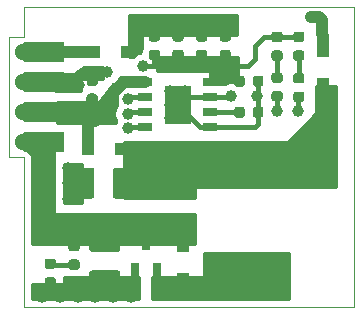
<source format=gbr>
%TF.GenerationSoftware,KiCad,Pcbnew,(5.1.6)-1*%
%TF.CreationDate,2021-02-23T00:21:00+01:00*%
%TF.ProjectId,02_Batt_Alim,30325f42-6174-4745-9f41-6c696d2e6b69,rev?*%
%TF.SameCoordinates,Original*%
%TF.FileFunction,Copper,L1,Top*%
%TF.FilePolarity,Positive*%
%FSLAX46Y46*%
G04 Gerber Fmt 4.6, Leading zero omitted, Abs format (unit mm)*
G04 Created by KiCad (PCBNEW (5.1.6)-1) date 2021-02-23 00:21:00*
%MOMM*%
%LPD*%
G01*
G04 APERTURE LIST*
%TA.AperFunction,Profile*%
%ADD10C,0.050000*%
%TD*%
%TA.AperFunction,SMDPad,CuDef*%
%ADD11R,0.800000X1.900000*%
%TD*%
%TA.AperFunction,SMDPad,CuDef*%
%ADD12R,2.200000X3.300000*%
%TD*%
%TA.AperFunction,ComponentPad*%
%ADD13C,1.000000*%
%TD*%
%TA.AperFunction,SMDPad,CuDef*%
%ADD14R,1.300000X0.700000*%
%TD*%
%TA.AperFunction,SMDPad,CuDef*%
%ADD15R,2.524000X1.700000*%
%TD*%
%TA.AperFunction,ComponentPad*%
%ADD16C,1.524000*%
%TD*%
%TA.AperFunction,ComponentPad*%
%ADD17R,1.700000X1.700000*%
%TD*%
%TA.AperFunction,SMDPad,CuDef*%
%ADD18R,3.600000X2.700000*%
%TD*%
%TA.AperFunction,SMDPad,CuDef*%
%ADD19R,1.100000X1.100000*%
%TD*%
%TA.AperFunction,ViaPad*%
%ADD20C,1.000000*%
%TD*%
%TA.AperFunction,Conductor*%
%ADD21C,0.400000*%
%TD*%
%TA.AperFunction,Conductor*%
%ADD22C,1.000000*%
%TD*%
%TA.AperFunction,Conductor*%
%ADD23C,0.254000*%
%TD*%
G04 APERTURE END LIST*
D10*
X129540000Y-62230000D02*
X129540000Y-87630000D01*
X101600000Y-62230000D02*
X129540000Y-62230000D01*
X101600000Y-74930000D02*
X101600000Y-87630000D01*
X100330000Y-74930000D02*
X101600000Y-74930000D01*
X101600000Y-62230000D02*
X101600000Y-64770000D01*
X101600000Y-64770000D02*
X100330000Y-64770000D01*
X129540000Y-87630000D02*
X101600000Y-87630000D01*
X100330000Y-74930000D02*
X100330000Y-64770000D01*
D11*
%TO.P,U1,3*%
%TO.N,5V*%
X111940000Y-81840000D03*
%TO.P,U1,2*%
%TO.N,/LX*%
X112890000Y-84840000D03*
%TO.P,U1,1*%
%TO.N,GND*%
X110990000Y-84840000D03*
%TD*%
%TO.P,C1,2*%
%TO.N,GND*%
%TA.AperFunction,SMDPad,CuDef*%
G36*
G01*
X120990000Y-68746250D02*
X120990000Y-68233750D01*
G75*
G02*
X121208750Y-68015000I218750J0D01*
G01*
X121646250Y-68015000D01*
G75*
G02*
X121865000Y-68233750I0J-218750D01*
G01*
X121865000Y-68746250D01*
G75*
G02*
X121646250Y-68965000I-218750J0D01*
G01*
X121208750Y-68965000D01*
G75*
G02*
X120990000Y-68746250I0J218750D01*
G01*
G37*
%TD.AperFunction*%
%TO.P,C1,1*%
%TO.N,V_chg*%
%TA.AperFunction,SMDPad,CuDef*%
G36*
G01*
X119415000Y-68746250D02*
X119415000Y-68233750D01*
G75*
G02*
X119633750Y-68015000I218750J0D01*
G01*
X120071250Y-68015000D01*
G75*
G02*
X120290000Y-68233750I0J-218750D01*
G01*
X120290000Y-68746250D01*
G75*
G02*
X120071250Y-68965000I-218750J0D01*
G01*
X119633750Y-68965000D01*
G75*
G02*
X119415000Y-68746250I0J218750D01*
G01*
G37*
%TD.AperFunction*%
%TD*%
%TO.P,C2,2*%
%TO.N,V_BAT+*%
%TA.AperFunction,SMDPad,CuDef*%
G36*
G01*
X107133750Y-69590000D02*
X107646250Y-69590000D01*
G75*
G02*
X107865000Y-69808750I0J-218750D01*
G01*
X107865000Y-70246250D01*
G75*
G02*
X107646250Y-70465000I-218750J0D01*
G01*
X107133750Y-70465000D01*
G75*
G02*
X106915000Y-70246250I0J218750D01*
G01*
X106915000Y-69808750D01*
G75*
G02*
X107133750Y-69590000I218750J0D01*
G01*
G37*
%TD.AperFunction*%
%TO.P,C2,1*%
%TO.N,GND*%
%TA.AperFunction,SMDPad,CuDef*%
G36*
G01*
X107133750Y-68015000D02*
X107646250Y-68015000D01*
G75*
G02*
X107865000Y-68233750I0J-218750D01*
G01*
X107865000Y-68671250D01*
G75*
G02*
X107646250Y-68890000I-218750J0D01*
G01*
X107133750Y-68890000D01*
G75*
G02*
X106915000Y-68671250I0J218750D01*
G01*
X106915000Y-68233750D01*
G75*
G02*
X107133750Y-68015000I218750J0D01*
G01*
G37*
%TD.AperFunction*%
%TD*%
%TO.P,C3,2*%
%TO.N,GND*%
%TA.AperFunction,SMDPad,CuDef*%
G36*
G01*
X107365000Y-84515000D02*
X109515000Y-84515000D01*
G75*
G02*
X109765000Y-84765000I0J-250000D01*
G01*
X109765000Y-85515000D01*
G75*
G02*
X109515000Y-85765000I-250000J0D01*
G01*
X107365000Y-85765000D01*
G75*
G02*
X107115000Y-85515000I0J250000D01*
G01*
X107115000Y-84765000D01*
G75*
G02*
X107365000Y-84515000I250000J0D01*
G01*
G37*
%TD.AperFunction*%
%TO.P,C3,1*%
%TO.N,5V*%
%TA.AperFunction,SMDPad,CuDef*%
G36*
G01*
X107365000Y-81715000D02*
X109515000Y-81715000D01*
G75*
G02*
X109765000Y-81965000I0J-250000D01*
G01*
X109765000Y-82715000D01*
G75*
G02*
X109515000Y-82965000I-250000J0D01*
G01*
X107365000Y-82965000D01*
G75*
G02*
X107115000Y-82715000I0J250000D01*
G01*
X107115000Y-81965000D01*
G75*
G02*
X107365000Y-81715000I250000J0D01*
G01*
G37*
%TD.AperFunction*%
%TD*%
%TO.P,C4,2*%
%TO.N,GND*%
%TA.AperFunction,SMDPad,CuDef*%
G36*
G01*
X107565000Y-76065000D02*
X107565000Y-78215000D01*
G75*
G02*
X107315000Y-78465000I-250000J0D01*
G01*
X106565000Y-78465000D01*
G75*
G02*
X106315000Y-78215000I0J250000D01*
G01*
X106315000Y-76065000D01*
G75*
G02*
X106565000Y-75815000I250000J0D01*
G01*
X107315000Y-75815000D01*
G75*
G02*
X107565000Y-76065000I0J-250000D01*
G01*
G37*
%TD.AperFunction*%
%TO.P,C4,1*%
%TO.N,V_sum*%
%TA.AperFunction,SMDPad,CuDef*%
G36*
G01*
X110365000Y-76065000D02*
X110365000Y-78215000D01*
G75*
G02*
X110115000Y-78465000I-250000J0D01*
G01*
X109365000Y-78465000D01*
G75*
G02*
X109115000Y-78215000I0J250000D01*
G01*
X109115000Y-76065000D01*
G75*
G02*
X109365000Y-75815000I250000J0D01*
G01*
X110115000Y-75815000D01*
G75*
G02*
X110365000Y-76065000I0J-250000D01*
G01*
G37*
%TD.AperFunction*%
%TD*%
%TO.P,D2,2*%
%TO.N,V_chg*%
%TA.AperFunction,SMDPad,CuDef*%
G36*
G01*
X125131250Y-65190000D02*
X124618750Y-65190000D01*
G75*
G02*
X124400000Y-64971250I0J218750D01*
G01*
X124400000Y-64533750D01*
G75*
G02*
X124618750Y-64315000I218750J0D01*
G01*
X125131250Y-64315000D01*
G75*
G02*
X125350000Y-64533750I0J-218750D01*
G01*
X125350000Y-64971250D01*
G75*
G02*
X125131250Y-65190000I-218750J0D01*
G01*
G37*
%TD.AperFunction*%
%TO.P,D2,1*%
%TO.N,Net-(D2-Pad1)*%
%TA.AperFunction,SMDPad,CuDef*%
G36*
G01*
X125131250Y-66765000D02*
X124618750Y-66765000D01*
G75*
G02*
X124400000Y-66546250I0J218750D01*
G01*
X124400000Y-66108750D01*
G75*
G02*
X124618750Y-65890000I218750J0D01*
G01*
X125131250Y-65890000D01*
G75*
G02*
X125350000Y-66108750I0J-218750D01*
G01*
X125350000Y-66546250D01*
G75*
G02*
X125131250Y-66765000I-218750J0D01*
G01*
G37*
%TD.AperFunction*%
%TD*%
%TO.P,D3,2*%
%TO.N,V_chg*%
%TA.AperFunction,SMDPad,CuDef*%
G36*
G01*
X123286250Y-65190000D02*
X122773750Y-65190000D01*
G75*
G02*
X122555000Y-64971250I0J218750D01*
G01*
X122555000Y-64533750D01*
G75*
G02*
X122773750Y-64315000I218750J0D01*
G01*
X123286250Y-64315000D01*
G75*
G02*
X123505000Y-64533750I0J-218750D01*
G01*
X123505000Y-64971250D01*
G75*
G02*
X123286250Y-65190000I-218750J0D01*
G01*
G37*
%TD.AperFunction*%
%TO.P,D3,1*%
%TO.N,Net-(D3-Pad1)*%
%TA.AperFunction,SMDPad,CuDef*%
G36*
G01*
X123286250Y-66765000D02*
X122773750Y-66765000D01*
G75*
G02*
X122555000Y-66546250I0J218750D01*
G01*
X122555000Y-66108750D01*
G75*
G02*
X122773750Y-65890000I218750J0D01*
G01*
X123286250Y-65890000D01*
G75*
G02*
X123505000Y-66108750I0J-218750D01*
G01*
X123505000Y-66546250D01*
G75*
G02*
X123286250Y-66765000I-218750J0D01*
G01*
G37*
%TD.AperFunction*%
%TD*%
%TO.P,D6,2*%
%TO.N,5V*%
%TA.AperFunction,SMDPad,CuDef*%
G36*
G01*
X106096250Y-82890000D02*
X105583750Y-82890000D01*
G75*
G02*
X105365000Y-82671250I0J218750D01*
G01*
X105365000Y-82233750D01*
G75*
G02*
X105583750Y-82015000I218750J0D01*
G01*
X106096250Y-82015000D01*
G75*
G02*
X106315000Y-82233750I0J-218750D01*
G01*
X106315000Y-82671250D01*
G75*
G02*
X106096250Y-82890000I-218750J0D01*
G01*
G37*
%TD.AperFunction*%
%TO.P,D6,1*%
%TO.N,Net-(D6-Pad1)*%
%TA.AperFunction,SMDPad,CuDef*%
G36*
G01*
X106096250Y-84465000D02*
X105583750Y-84465000D01*
G75*
G02*
X105365000Y-84246250I0J218750D01*
G01*
X105365000Y-83808750D01*
G75*
G02*
X105583750Y-83590000I218750J0D01*
G01*
X106096250Y-83590000D01*
G75*
G02*
X106315000Y-83808750I0J-218750D01*
G01*
X106315000Y-84246250D01*
G75*
G02*
X106096250Y-84465000I-218750J0D01*
G01*
G37*
%TD.AperFunction*%
%TD*%
D12*
%TO.P,IC1,1*%
%TO.N,GND*%
X114640000Y-70490000D03*
D13*
X114005000Y-69347000D03*
X114005000Y-70490000D03*
X115275000Y-70490000D03*
X115275000Y-69347000D03*
X115275000Y-71633000D03*
X114005000Y-71633000D03*
D12*
X114640000Y-70490000D03*
D14*
%TO.P,IC1,4*%
%TO.N,V_chg*%
X117390000Y-68585000D03*
%TO.P,IC1,3*%
%TO.N,GND*%
X117390000Y-69855000D03*
%TO.P,IC1,1*%
X117390000Y-72395000D03*
%TO.P,IC1,2*%
%TO.N,Net-(IC1-Pad2)*%
X117390000Y-71125000D03*
%TO.P,IC1,5*%
%TO.N,V_BAT+*%
X111890000Y-68585000D03*
%TO.P,IC1,6*%
%TO.N,Net-(IC1-Pad6)*%
X111890000Y-69855000D03*
%TO.P,IC1,8*%
%TO.N,V_chg*%
X111890000Y-72395000D03*
%TO.P,IC1,7*%
%TO.N,Net-(IC1-Pad7)*%
X111890000Y-71125000D03*
%TD*%
D15*
%TO.P,J1,1*%
%TO.N,V_ext*%
X102870000Y-66040000D03*
D16*
X101600000Y-66040000D03*
D17*
X104140000Y-66040000D03*
%TD*%
D15*
%TO.P,J2,1*%
%TO.N,GND*%
X102870000Y-68580000D03*
D16*
X101600000Y-68580000D03*
D17*
X104140000Y-68580000D03*
%TD*%
D15*
%TO.P,J3,1*%
%TO.N,5V*%
X102870000Y-73660000D03*
D16*
X101600000Y-73660000D03*
D17*
X104140000Y-73660000D03*
%TD*%
D15*
%TO.P,J9,1*%
%TO.N,V_BAT+*%
X102870000Y-71120000D03*
D16*
X101600000Y-71120000D03*
D17*
X104140000Y-71120000D03*
%TD*%
D18*
%TO.P,L1,2*%
%TO.N,V_sum*%
X121890000Y-76140000D03*
%TO.P,L1,1*%
%TO.N,/LX*%
X121890000Y-84440000D03*
%TD*%
%TO.P,R6,2*%
%TO.N,Net-(IC1-Pad7)*%
%TA.AperFunction,SMDPad,CuDef*%
G36*
G01*
X124618750Y-69390000D02*
X125131250Y-69390000D01*
G75*
G02*
X125350000Y-69608750I0J-218750D01*
G01*
X125350000Y-70046250D01*
G75*
G02*
X125131250Y-70265000I-218750J0D01*
G01*
X124618750Y-70265000D01*
G75*
G02*
X124400000Y-70046250I0J218750D01*
G01*
X124400000Y-69608750D01*
G75*
G02*
X124618750Y-69390000I218750J0D01*
G01*
G37*
%TD.AperFunction*%
%TO.P,R6,1*%
%TO.N,Net-(D2-Pad1)*%
%TA.AperFunction,SMDPad,CuDef*%
G36*
G01*
X124618750Y-67815000D02*
X125131250Y-67815000D01*
G75*
G02*
X125350000Y-68033750I0J-218750D01*
G01*
X125350000Y-68471250D01*
G75*
G02*
X125131250Y-68690000I-218750J0D01*
G01*
X124618750Y-68690000D01*
G75*
G02*
X124400000Y-68471250I0J218750D01*
G01*
X124400000Y-68033750D01*
G75*
G02*
X124618750Y-67815000I218750J0D01*
G01*
G37*
%TD.AperFunction*%
%TD*%
%TO.P,R7,2*%
%TO.N,GND*%
%TA.AperFunction,SMDPad,CuDef*%
G36*
G01*
X120990000Y-71376250D02*
X120990000Y-70863750D01*
G75*
G02*
X121208750Y-70645000I218750J0D01*
G01*
X121646250Y-70645000D01*
G75*
G02*
X121865000Y-70863750I0J-218750D01*
G01*
X121865000Y-71376250D01*
G75*
G02*
X121646250Y-71595000I-218750J0D01*
G01*
X121208750Y-71595000D01*
G75*
G02*
X120990000Y-71376250I0J218750D01*
G01*
G37*
%TD.AperFunction*%
%TO.P,R7,1*%
%TO.N,Net-(IC1-Pad2)*%
%TA.AperFunction,SMDPad,CuDef*%
G36*
G01*
X119415000Y-71376250D02*
X119415000Y-70863750D01*
G75*
G02*
X119633750Y-70645000I218750J0D01*
G01*
X120071250Y-70645000D01*
G75*
G02*
X120290000Y-70863750I0J-218750D01*
G01*
X120290000Y-71376250D01*
G75*
G02*
X120071250Y-71595000I-218750J0D01*
G01*
X119633750Y-71595000D01*
G75*
G02*
X119415000Y-71376250I0J218750D01*
G01*
G37*
%TD.AperFunction*%
%TD*%
%TO.P,R8,2*%
%TO.N,Net-(IC1-Pad6)*%
%TA.AperFunction,SMDPad,CuDef*%
G36*
G01*
X122773750Y-69340000D02*
X123286250Y-69340000D01*
G75*
G02*
X123505000Y-69558750I0J-218750D01*
G01*
X123505000Y-69996250D01*
G75*
G02*
X123286250Y-70215000I-218750J0D01*
G01*
X122773750Y-70215000D01*
G75*
G02*
X122555000Y-69996250I0J218750D01*
G01*
X122555000Y-69558750D01*
G75*
G02*
X122773750Y-69340000I218750J0D01*
G01*
G37*
%TD.AperFunction*%
%TO.P,R8,1*%
%TO.N,Net-(D3-Pad1)*%
%TA.AperFunction,SMDPad,CuDef*%
G36*
G01*
X122773750Y-67765000D02*
X123286250Y-67765000D01*
G75*
G02*
X123505000Y-67983750I0J-218750D01*
G01*
X123505000Y-68421250D01*
G75*
G02*
X123286250Y-68640000I-218750J0D01*
G01*
X122773750Y-68640000D01*
G75*
G02*
X122555000Y-68421250I0J218750D01*
G01*
X122555000Y-67983750D01*
G75*
G02*
X122773750Y-67765000I218750J0D01*
G01*
G37*
%TD.AperFunction*%
%TD*%
%TO.P,R9,2*%
%TO.N,/V_ext_p*%
%TA.AperFunction,SMDPad,CuDef*%
G36*
G01*
X118896250Y-65140000D02*
X118383750Y-65140000D01*
G75*
G02*
X118165000Y-64921250I0J218750D01*
G01*
X118165000Y-64483750D01*
G75*
G02*
X118383750Y-64265000I218750J0D01*
G01*
X118896250Y-64265000D01*
G75*
G02*
X119115000Y-64483750I0J-218750D01*
G01*
X119115000Y-64921250D01*
G75*
G02*
X118896250Y-65140000I-218750J0D01*
G01*
G37*
%TD.AperFunction*%
%TO.P,R9,1*%
%TO.N,V_chg*%
%TA.AperFunction,SMDPad,CuDef*%
G36*
G01*
X118896250Y-66715000D02*
X118383750Y-66715000D01*
G75*
G02*
X118165000Y-66496250I0J218750D01*
G01*
X118165000Y-66058750D01*
G75*
G02*
X118383750Y-65840000I218750J0D01*
G01*
X118896250Y-65840000D01*
G75*
G02*
X119115000Y-66058750I0J-218750D01*
G01*
X119115000Y-66496250D01*
G75*
G02*
X118896250Y-66715000I-218750J0D01*
G01*
G37*
%TD.AperFunction*%
%TD*%
%TO.P,R10,2*%
%TO.N,/V_ext_p*%
%TA.AperFunction,SMDPad,CuDef*%
G36*
G01*
X116896250Y-65140000D02*
X116383750Y-65140000D01*
G75*
G02*
X116165000Y-64921250I0J218750D01*
G01*
X116165000Y-64483750D01*
G75*
G02*
X116383750Y-64265000I218750J0D01*
G01*
X116896250Y-64265000D01*
G75*
G02*
X117115000Y-64483750I0J-218750D01*
G01*
X117115000Y-64921250D01*
G75*
G02*
X116896250Y-65140000I-218750J0D01*
G01*
G37*
%TD.AperFunction*%
%TO.P,R10,1*%
%TO.N,V_chg*%
%TA.AperFunction,SMDPad,CuDef*%
G36*
G01*
X116896250Y-66715000D02*
X116383750Y-66715000D01*
G75*
G02*
X116165000Y-66496250I0J218750D01*
G01*
X116165000Y-66058750D01*
G75*
G02*
X116383750Y-65840000I218750J0D01*
G01*
X116896250Y-65840000D01*
G75*
G02*
X117115000Y-66058750I0J-218750D01*
G01*
X117115000Y-66496250D01*
G75*
G02*
X116896250Y-66715000I-218750J0D01*
G01*
G37*
%TD.AperFunction*%
%TD*%
%TO.P,R12,2*%
%TO.N,/V_ext_p*%
%TA.AperFunction,SMDPad,CuDef*%
G36*
G01*
X114896250Y-65140000D02*
X114383750Y-65140000D01*
G75*
G02*
X114165000Y-64921250I0J218750D01*
G01*
X114165000Y-64483750D01*
G75*
G02*
X114383750Y-64265000I218750J0D01*
G01*
X114896250Y-64265000D01*
G75*
G02*
X115115000Y-64483750I0J-218750D01*
G01*
X115115000Y-64921250D01*
G75*
G02*
X114896250Y-65140000I-218750J0D01*
G01*
G37*
%TD.AperFunction*%
%TO.P,R12,1*%
%TO.N,V_chg*%
%TA.AperFunction,SMDPad,CuDef*%
G36*
G01*
X114896250Y-66715000D02*
X114383750Y-66715000D01*
G75*
G02*
X114165000Y-66496250I0J218750D01*
G01*
X114165000Y-66058750D01*
G75*
G02*
X114383750Y-65840000I218750J0D01*
G01*
X114896250Y-65840000D01*
G75*
G02*
X115115000Y-66058750I0J-218750D01*
G01*
X115115000Y-66496250D01*
G75*
G02*
X114896250Y-66715000I-218750J0D01*
G01*
G37*
%TD.AperFunction*%
%TD*%
%TO.P,R14,2*%
%TO.N,/V_ext_p*%
%TA.AperFunction,SMDPad,CuDef*%
G36*
G01*
X112896250Y-65140000D02*
X112383750Y-65140000D01*
G75*
G02*
X112165000Y-64921250I0J218750D01*
G01*
X112165000Y-64483750D01*
G75*
G02*
X112383750Y-64265000I218750J0D01*
G01*
X112896250Y-64265000D01*
G75*
G02*
X113115000Y-64483750I0J-218750D01*
G01*
X113115000Y-64921250D01*
G75*
G02*
X112896250Y-65140000I-218750J0D01*
G01*
G37*
%TD.AperFunction*%
%TO.P,R14,1*%
%TO.N,V_chg*%
%TA.AperFunction,SMDPad,CuDef*%
G36*
G01*
X112896250Y-66715000D02*
X112383750Y-66715000D01*
G75*
G02*
X112165000Y-66496250I0J218750D01*
G01*
X112165000Y-66058750D01*
G75*
G02*
X112383750Y-65840000I218750J0D01*
G01*
X112896250Y-65840000D01*
G75*
G02*
X113115000Y-66058750I0J-218750D01*
G01*
X113115000Y-66496250D01*
G75*
G02*
X112896250Y-66715000I-218750J0D01*
G01*
G37*
%TD.AperFunction*%
%TD*%
%TO.P,R15,2*%
%TO.N,GND*%
%TA.AperFunction,SMDPad,CuDef*%
G36*
G01*
X103583750Y-85090000D02*
X104096250Y-85090000D01*
G75*
G02*
X104315000Y-85308750I0J-218750D01*
G01*
X104315000Y-85746250D01*
G75*
G02*
X104096250Y-85965000I-218750J0D01*
G01*
X103583750Y-85965000D01*
G75*
G02*
X103365000Y-85746250I0J218750D01*
G01*
X103365000Y-85308750D01*
G75*
G02*
X103583750Y-85090000I218750J0D01*
G01*
G37*
%TD.AperFunction*%
%TO.P,R15,1*%
%TO.N,Net-(D6-Pad1)*%
%TA.AperFunction,SMDPad,CuDef*%
G36*
G01*
X103583750Y-83515000D02*
X104096250Y-83515000D01*
G75*
G02*
X104315000Y-83733750I0J-218750D01*
G01*
X104315000Y-84171250D01*
G75*
G02*
X104096250Y-84390000I-218750J0D01*
G01*
X103583750Y-84390000D01*
G75*
G02*
X103365000Y-84171250I0J218750D01*
G01*
X103365000Y-83733750D01*
G75*
G02*
X103583750Y-83515000I218750J0D01*
G01*
G37*
%TD.AperFunction*%
%TD*%
D19*
%TO.P,D4,1*%
%TO.N,V_sum*%
X126940000Y-68740000D03*
%TO.P,D4,2*%
%TO.N,V_ext*%
X126940000Y-65940000D03*
%TD*%
%TO.P,D5,1*%
%TO.N,5V*%
X115040000Y-82440000D03*
%TO.P,D5,2*%
%TO.N,/LX*%
X115040000Y-85240000D03*
%TD*%
%TO.P,D7,2*%
%TO.N,V_ext*%
X107490000Y-65990000D03*
%TO.P,D7,1*%
%TO.N,/V_ext_p*%
X110290000Y-65990000D03*
%TD*%
%TO.P,D8,1*%
%TO.N,V_sum*%
X109840000Y-74240000D03*
%TO.P,D8,2*%
%TO.N,V_BAT+*%
X107040000Y-74240000D03*
%TD*%
D20*
%TO.N,GND*%
X119140000Y-69740000D03*
X108640000Y-67740000D03*
X121340000Y-69740000D03*
X105340000Y-75840000D03*
X105340000Y-77140000D03*
X105340000Y-78440000D03*
X110640000Y-86740000D03*
X109140000Y-86740000D03*
X107640000Y-86740000D03*
X106140000Y-86740000D03*
X104640000Y-86740000D03*
X103140000Y-86740000D03*
X106240000Y-68840000D03*
%TO.N,V_chg*%
X110390000Y-72490000D03*
X111640000Y-67240000D03*
%TO.N,V_ext*%
X125890000Y-63040000D03*
X126840000Y-64540000D03*
%TO.N,Net-(IC1-Pad7)*%
X110390000Y-71240000D03*
X124840000Y-71040000D03*
%TO.N,Net-(IC1-Pad6)*%
X110440000Y-70034239D03*
X123040000Y-71040000D03*
%TD*%
D21*
%TO.N,GND*%
X102870000Y-68580000D02*
X101600000Y-68580000D01*
X104140000Y-68580000D02*
X102870000Y-68580000D01*
X102870000Y-68580000D02*
X105800000Y-68580000D01*
X105800000Y-68580000D02*
X106640000Y-67740000D01*
X106640000Y-67740000D02*
X107390000Y-67740000D01*
X117390000Y-69855000D02*
X119025000Y-69855000D01*
X119025000Y-69855000D02*
X119140000Y-69740000D01*
X117390000Y-72395000D02*
X121152998Y-72395000D01*
X107390000Y-68452500D02*
X107390000Y-67740000D01*
X107390000Y-67740000D02*
X108640000Y-67740000D01*
X115275000Y-69855000D02*
X114640000Y-70490000D01*
X117390000Y-69855000D02*
X115275000Y-69855000D01*
X116545000Y-72395000D02*
X114640000Y-70490000D01*
X117390000Y-72395000D02*
X116545000Y-72395000D01*
X121427500Y-71120000D02*
X121427500Y-72120498D01*
X121152998Y-72395000D02*
X121273999Y-72273999D01*
X121427500Y-72120498D02*
X121273999Y-72273999D01*
X121427500Y-69827500D02*
X121340000Y-69740000D01*
X121427500Y-69827500D02*
X121427500Y-71120000D01*
X121427500Y-68490000D02*
X121427500Y-69827500D01*
X106680000Y-77400000D02*
X106940000Y-77140000D01*
X106940000Y-77140000D02*
X106240000Y-77140000D01*
X106240000Y-77140000D02*
X105340000Y-76240000D01*
X105340000Y-78440000D02*
X105340000Y-75840000D01*
X110990000Y-84840000D02*
X110990000Y-86390000D01*
X110990000Y-86390000D02*
X110640000Y-86740000D01*
X110640000Y-86740000D02*
X108340000Y-86740000D01*
X108340000Y-85240000D02*
X108440000Y-85140000D01*
X108340000Y-86740000D02*
X108340000Y-85240000D01*
X108340000Y-86740000D02*
X103940000Y-86740000D01*
X103940000Y-85627500D02*
X103840000Y-85527500D01*
X103940000Y-86740000D02*
X103940000Y-85627500D01*
%TO.N,5V*%
X105840000Y-82452500D02*
X105840000Y-80240000D01*
X111940000Y-80340000D02*
X111940000Y-81840000D01*
X108440000Y-82340000D02*
X108440000Y-80340000D01*
X105840000Y-80240000D02*
X108540000Y-80240000D01*
X108440000Y-80340000D02*
X108540000Y-80240000D01*
X108540000Y-80240000D02*
X111840000Y-80240000D01*
X115040000Y-82440000D02*
X115040000Y-80340000D01*
X111940000Y-80340000D02*
X111840000Y-80240000D01*
X115040000Y-80340000D02*
X111940000Y-80340000D01*
%TO.N,V_chg*%
X118640000Y-66277500D02*
X118640000Y-67240000D01*
X112640000Y-67240000D02*
X112640000Y-66277500D01*
X114640000Y-66277500D02*
X114640000Y-67240000D01*
X114640000Y-67240000D02*
X112640000Y-67240000D01*
X116640000Y-66277500D02*
X116640000Y-66990000D01*
X116640000Y-66990000D02*
X116640000Y-67240000D01*
X118640000Y-67240000D02*
X116640000Y-67240000D01*
X116640000Y-67240000D02*
X114640000Y-67240000D01*
X119852500Y-68490000D02*
X118640000Y-68490000D01*
X118640000Y-68490000D02*
X118640000Y-67240000D01*
X118545000Y-68585000D02*
X118640000Y-68490000D01*
X117390000Y-68585000D02*
X118545000Y-68585000D01*
X111890000Y-72395000D02*
X110485000Y-72395000D01*
X110485000Y-72395000D02*
X110390000Y-72490000D01*
X111640000Y-67240000D02*
X112640000Y-67240000D01*
X124875000Y-64752500D02*
X123030000Y-64752500D01*
X121927500Y-64752500D02*
X123030000Y-64752500D01*
X121140000Y-66640000D02*
X121140000Y-65540000D01*
X121140000Y-65540000D02*
X121927500Y-64752500D01*
X118640000Y-67240000D02*
X120540000Y-67240000D01*
X120540000Y-67240000D02*
X121140000Y-66640000D01*
%TO.N,V_BAT+*%
X104140000Y-71120000D02*
X101600000Y-71120000D01*
D22*
X107390000Y-70027500D02*
X107390000Y-70740000D01*
X107640000Y-70990000D02*
X107640000Y-71840000D01*
X107390000Y-70740000D02*
X107640000Y-70990000D01*
X107010000Y-71120000D02*
X107390000Y-70740000D01*
X104140000Y-71120000D02*
X107010000Y-71120000D01*
X111890000Y-68585000D02*
X110045000Y-68585000D01*
X110045000Y-68585000D02*
X109140000Y-69490000D01*
X109140000Y-69490000D02*
X109140000Y-70490000D01*
X108640000Y-70990000D02*
X107640000Y-70990000D01*
X109140000Y-70490000D02*
X108640000Y-70990000D01*
X107040000Y-71150000D02*
X107010000Y-71120000D01*
X107040000Y-74240000D02*
X107040000Y-71150000D01*
D21*
%TO.N,Net-(D2-Pad1)*%
X124875000Y-66602500D02*
X124875000Y-68202500D01*
%TO.N,Net-(D3-Pad1)*%
X123030000Y-66602500D02*
X123030000Y-68202500D01*
D22*
%TO.N,V_ext*%
X101600000Y-66040000D02*
X102870000Y-66040000D01*
X101600000Y-66040000D02*
X104140000Y-66040000D01*
X107440000Y-66040000D02*
X107490000Y-65990000D01*
X102870000Y-66040000D02*
X107440000Y-66040000D01*
X126940000Y-64640000D02*
X126840000Y-64540000D01*
X126940000Y-65940000D02*
X126940000Y-64640000D01*
X126840000Y-64540000D02*
X126840000Y-63340000D01*
X126840000Y-63340000D02*
X126740000Y-63340000D01*
X126840000Y-63340000D02*
X126555010Y-63055010D01*
X126555010Y-63055010D02*
X125890000Y-63055010D01*
D21*
%TO.N,Net-(D6-Pad1)*%
X103915000Y-84027500D02*
X103840000Y-83952500D01*
X105840000Y-84027500D02*
X103915000Y-84027500D01*
%TO.N,Net-(IC1-Pad7)*%
X111890000Y-71125000D02*
X110505000Y-71125000D01*
X110505000Y-71125000D02*
X110390000Y-71240000D01*
X124840000Y-69862500D02*
X124875000Y-69827500D01*
X124840000Y-71040000D02*
X124840000Y-69862500D01*
%TO.N,Net-(IC1-Pad6)*%
X110619239Y-69855000D02*
X110440000Y-70034239D01*
X111890000Y-69855000D02*
X110619239Y-69855000D01*
X123040000Y-69787500D02*
X123030000Y-69777500D01*
X123040000Y-71040000D02*
X123040000Y-69787500D01*
%TO.N,Net-(IC1-Pad2)*%
X119847500Y-71125000D02*
X119852500Y-71120000D01*
X117390000Y-71125000D02*
X119847500Y-71125000D01*
%TO.N,/LX*%
X112890000Y-84840000D02*
X112890000Y-86590000D01*
X112890000Y-86590000D02*
X113040000Y-86740000D01*
X113040000Y-86740000D02*
X115040000Y-86740000D01*
X115040000Y-86740000D02*
X115040000Y-85240000D01*
X121890000Y-84440000D02*
X121890000Y-86690000D01*
X121840000Y-86740000D02*
X115040000Y-86740000D01*
X121890000Y-86690000D02*
X121840000Y-86740000D01*
%TO.N,/V_ext_p*%
X110290000Y-65990000D02*
X111140000Y-65990000D01*
X111140000Y-65990000D02*
X111390000Y-65740000D01*
X111390000Y-65740000D02*
X111390000Y-63740000D01*
X111390000Y-63740000D02*
X111640000Y-63490000D01*
X118640000Y-63490000D02*
X118640000Y-64702500D01*
X116640000Y-64702500D02*
X116640000Y-63490000D01*
X116640000Y-63490000D02*
X118640000Y-63490000D01*
X114640000Y-64702500D02*
X114640000Y-63490000D01*
X114640000Y-63490000D02*
X116640000Y-63490000D01*
X111640000Y-63490000D02*
X112390000Y-63490000D01*
X112640000Y-63740000D02*
X112390000Y-63490000D01*
X112640000Y-64702500D02*
X112640000Y-63740000D01*
X112390000Y-63490000D02*
X114640000Y-63490000D01*
%TO.N,V_sum*%
X126940000Y-68740000D02*
X126940000Y-73040000D01*
X123840000Y-76140000D02*
X121890000Y-76140000D01*
X126940000Y-73040000D02*
X123840000Y-76140000D01*
X109840000Y-74240000D02*
X111540000Y-74240000D01*
X111540000Y-74240000D02*
X112240000Y-74940000D01*
X111840000Y-77140000D02*
X109740000Y-77140000D01*
X112240000Y-76740000D02*
X111840000Y-77140000D01*
X112440000Y-76140000D02*
X112240000Y-75940000D01*
X121890000Y-76140000D02*
X112440000Y-76140000D01*
X112240000Y-74940000D02*
X112240000Y-75940000D01*
X112240000Y-75940000D02*
X112240000Y-76740000D01*
%TD*%
D23*
%TO.N,V_BAT+*%
G36*
X111102376Y-68245824D02*
G01*
X111308933Y-68331383D01*
X111528212Y-68375000D01*
X111751788Y-68375000D01*
X111913000Y-68342933D01*
X111913000Y-68866928D01*
X111240000Y-68866928D01*
X111115518Y-68879188D01*
X111004055Y-68913000D01*
X110620970Y-68913000D01*
X110551788Y-68899239D01*
X110328212Y-68899239D01*
X110259030Y-68913000D01*
X109540000Y-68913000D01*
X109515224Y-68915440D01*
X109491399Y-68922667D01*
X109469443Y-68934403D01*
X109450197Y-68950197D01*
X109434403Y-68969443D01*
X109422667Y-68991399D01*
X109415440Y-69015224D01*
X109413000Y-69040000D01*
X109413000Y-69547738D01*
X109348617Y-69703172D01*
X109305000Y-69922451D01*
X109305000Y-70146027D01*
X109348617Y-70365306D01*
X109413000Y-70520740D01*
X109413000Y-70659238D01*
X109384176Y-70702376D01*
X109298617Y-70908933D01*
X109255000Y-71128212D01*
X109255000Y-71351788D01*
X109298617Y-71571067D01*
X109384176Y-71777624D01*
X109413000Y-71820762D01*
X109413000Y-71909238D01*
X109384176Y-71952376D01*
X109359065Y-72013000D01*
X104367000Y-72013000D01*
X104367000Y-70267000D01*
X107840000Y-70267000D01*
X107864776Y-70264560D01*
X107888601Y-70257333D01*
X107910557Y-70245597D01*
X107929803Y-70229803D01*
X107938710Y-70219908D01*
X109109008Y-68774246D01*
X109177624Y-68745824D01*
X109363520Y-68621612D01*
X109521612Y-68463520D01*
X109645824Y-68277624D01*
X109691646Y-68167000D01*
X110984408Y-68167000D01*
X111102376Y-68245824D01*
G37*
X111102376Y-68245824D02*
X111308933Y-68331383D01*
X111528212Y-68375000D01*
X111751788Y-68375000D01*
X111913000Y-68342933D01*
X111913000Y-68866928D01*
X111240000Y-68866928D01*
X111115518Y-68879188D01*
X111004055Y-68913000D01*
X110620970Y-68913000D01*
X110551788Y-68899239D01*
X110328212Y-68899239D01*
X110259030Y-68913000D01*
X109540000Y-68913000D01*
X109515224Y-68915440D01*
X109491399Y-68922667D01*
X109469443Y-68934403D01*
X109450197Y-68950197D01*
X109434403Y-68969443D01*
X109422667Y-68991399D01*
X109415440Y-69015224D01*
X109413000Y-69040000D01*
X109413000Y-69547738D01*
X109348617Y-69703172D01*
X109305000Y-69922451D01*
X109305000Y-70146027D01*
X109348617Y-70365306D01*
X109413000Y-70520740D01*
X109413000Y-70659238D01*
X109384176Y-70702376D01*
X109298617Y-70908933D01*
X109255000Y-71128212D01*
X109255000Y-71351788D01*
X109298617Y-71571067D01*
X109384176Y-71777624D01*
X109413000Y-71820762D01*
X109413000Y-71909238D01*
X109384176Y-71952376D01*
X109359065Y-72013000D01*
X104367000Y-72013000D01*
X104367000Y-70267000D01*
X107840000Y-70267000D01*
X107864776Y-70264560D01*
X107888601Y-70257333D01*
X107910557Y-70245597D01*
X107929803Y-70229803D01*
X107938710Y-70219908D01*
X109109008Y-68774246D01*
X109177624Y-68745824D01*
X109363520Y-68621612D01*
X109521612Y-68463520D01*
X109645824Y-68277624D01*
X109691646Y-68167000D01*
X110984408Y-68167000D01*
X111102376Y-68245824D01*
%TO.N,GND*%
G36*
X108313000Y-68313000D02*
G01*
X106540000Y-68313000D01*
X106515224Y-68315440D01*
X106491399Y-68322667D01*
X106469443Y-68334403D01*
X106450197Y-68350197D01*
X106434403Y-68369443D01*
X106422667Y-68391399D01*
X106415440Y-68415224D01*
X106413000Y-68440000D01*
X106413000Y-69313000D01*
X104267000Y-69313000D01*
X104267000Y-67867000D01*
X105840000Y-67867000D01*
X105864776Y-67864560D01*
X105888601Y-67857333D01*
X105916200Y-67841600D01*
X106682333Y-67267000D01*
X108313000Y-67267000D01*
X108313000Y-68313000D01*
G37*
X108313000Y-68313000D02*
X106540000Y-68313000D01*
X106515224Y-68315440D01*
X106491399Y-68322667D01*
X106469443Y-68334403D01*
X106450197Y-68350197D01*
X106434403Y-68369443D01*
X106422667Y-68391399D01*
X106415440Y-68415224D01*
X106413000Y-68440000D01*
X106413000Y-69313000D01*
X104267000Y-69313000D01*
X104267000Y-67867000D01*
X105840000Y-67867000D01*
X105864776Y-67864560D01*
X105888601Y-67857333D01*
X105916200Y-67841600D01*
X106682333Y-67267000D01*
X108313000Y-67267000D01*
X108313000Y-68313000D01*
%TO.N,V_chg*%
G36*
X119713000Y-68713000D02*
G01*
X119626501Y-68713000D01*
X119471067Y-68648617D01*
X119251788Y-68605000D01*
X119028212Y-68605000D01*
X118808933Y-68648617D01*
X118653499Y-68713000D01*
X117367000Y-68713000D01*
X117367000Y-67740000D01*
X117364560Y-67715224D01*
X117357333Y-67691399D01*
X117345597Y-67669443D01*
X117329803Y-67650197D01*
X117310557Y-67634403D01*
X117288601Y-67622667D01*
X117264776Y-67615440D01*
X117240000Y-67613000D01*
X112867000Y-67613000D01*
X112867000Y-66467000D01*
X119713000Y-66467000D01*
X119713000Y-68713000D01*
G37*
X119713000Y-68713000D02*
X119626501Y-68713000D01*
X119471067Y-68648617D01*
X119251788Y-68605000D01*
X119028212Y-68605000D01*
X118808933Y-68648617D01*
X118653499Y-68713000D01*
X117367000Y-68713000D01*
X117367000Y-67740000D01*
X117364560Y-67715224D01*
X117357333Y-67691399D01*
X117345597Y-67669443D01*
X117329803Y-67650197D01*
X117310557Y-67634403D01*
X117288601Y-67622667D01*
X117264776Y-67615440D01*
X117240000Y-67613000D01*
X112867000Y-67613000D01*
X112867000Y-66467000D01*
X119713000Y-66467000D01*
X119713000Y-68713000D01*
%TO.N,/V_ext_p*%
G36*
X119613000Y-64613000D02*
G01*
X111740000Y-64613000D01*
X111715224Y-64615440D01*
X111691399Y-64622667D01*
X111669443Y-64634403D01*
X111650197Y-64650197D01*
X111634403Y-64669443D01*
X111622667Y-64691399D01*
X111615440Y-64715224D01*
X111613000Y-64740000D01*
X111613000Y-65691851D01*
X111592150Y-65730858D01*
X111543392Y-65891592D01*
X111527626Y-66051662D01*
X111443369Y-66121876D01*
X111308933Y-66148617D01*
X111102376Y-66234176D01*
X110916480Y-66358388D01*
X110861868Y-66413000D01*
X110467000Y-66413000D01*
X110467000Y-62890000D01*
X119613000Y-62890000D01*
X119613000Y-64613000D01*
G37*
X119613000Y-64613000D02*
X111740000Y-64613000D01*
X111715224Y-64615440D01*
X111691399Y-64622667D01*
X111669443Y-64634403D01*
X111650197Y-64650197D01*
X111634403Y-64669443D01*
X111622667Y-64691399D01*
X111615440Y-64715224D01*
X111613000Y-64740000D01*
X111613000Y-65691851D01*
X111592150Y-65730858D01*
X111543392Y-65891592D01*
X111527626Y-66051662D01*
X111443369Y-66121876D01*
X111308933Y-66148617D01*
X111102376Y-66234176D01*
X110916480Y-66358388D01*
X110861868Y-66413000D01*
X110467000Y-66413000D01*
X110467000Y-62890000D01*
X119613000Y-62890000D01*
X119613000Y-64613000D01*
%TO.N,V_sum*%
G36*
X128013000Y-77413000D02*
G01*
X116240000Y-77413000D01*
X116215224Y-77415440D01*
X116191399Y-77422667D01*
X116169443Y-77434403D01*
X116150197Y-77450197D01*
X116134403Y-77469443D01*
X116122667Y-77491399D01*
X116115440Y-77515224D01*
X116113000Y-77540000D01*
X116113000Y-78413000D01*
X110067000Y-78413000D01*
X110067000Y-73667000D01*
X123840000Y-73667000D01*
X123864776Y-73664560D01*
X123888601Y-73657333D01*
X123910557Y-73645597D01*
X123929803Y-73629803D01*
X126329803Y-71229803D01*
X126345597Y-71210557D01*
X126357333Y-71188601D01*
X126364560Y-71164776D01*
X126367000Y-71140000D01*
X126367000Y-68867000D01*
X128013000Y-68867000D01*
X128013000Y-77413000D01*
G37*
X128013000Y-77413000D02*
X116240000Y-77413000D01*
X116215224Y-77415440D01*
X116191399Y-77422667D01*
X116169443Y-77434403D01*
X116150197Y-77450197D01*
X116134403Y-77469443D01*
X116122667Y-77491399D01*
X116115440Y-77515224D01*
X116113000Y-77540000D01*
X116113000Y-78413000D01*
X110067000Y-78413000D01*
X110067000Y-73667000D01*
X123840000Y-73667000D01*
X123864776Y-73664560D01*
X123888601Y-73657333D01*
X123910557Y-73645597D01*
X123929803Y-73629803D01*
X126329803Y-71229803D01*
X126345597Y-71210557D01*
X126357333Y-71188601D01*
X126364560Y-71164776D01*
X126367000Y-71140000D01*
X126367000Y-68867000D01*
X128013000Y-68867000D01*
X128013000Y-77413000D01*
%TO.N,/LX*%
G36*
X124013000Y-86970000D02*
G01*
X112467000Y-86970000D01*
X112467000Y-85067000D01*
X116740000Y-85067000D01*
X116764776Y-85064560D01*
X116788601Y-85057333D01*
X116810557Y-85045597D01*
X116829803Y-85029803D01*
X116845597Y-85010557D01*
X116857333Y-84988601D01*
X116864560Y-84964776D01*
X116867000Y-84940000D01*
X116867000Y-83067000D01*
X124013000Y-83067000D01*
X124013000Y-86970000D01*
G37*
X124013000Y-86970000D02*
X112467000Y-86970000D01*
X112467000Y-85067000D01*
X116740000Y-85067000D01*
X116764776Y-85064560D01*
X116788601Y-85057333D01*
X116810557Y-85045597D01*
X116829803Y-85029803D01*
X116845597Y-85010557D01*
X116857333Y-84988601D01*
X116864560Y-84964776D01*
X116867000Y-84940000D01*
X116867000Y-83067000D01*
X124013000Y-83067000D01*
X124013000Y-86970000D01*
%TO.N,5V*%
G36*
X104113000Y-79640000D02*
G01*
X104115440Y-79664776D01*
X104122667Y-79688601D01*
X104134403Y-79710557D01*
X104150197Y-79729803D01*
X104169443Y-79745597D01*
X104191399Y-79757333D01*
X104215224Y-79764560D01*
X104240000Y-79767000D01*
X116113000Y-79767000D01*
X116113000Y-82313000D01*
X102260000Y-82313000D01*
X102260000Y-74962419D01*
X102263193Y-74930000D01*
X102250450Y-74800617D01*
X102212710Y-74676207D01*
X102151425Y-74561550D01*
X102068948Y-74461052D01*
X101968450Y-74378575D01*
X101853793Y-74317290D01*
X101767000Y-74290961D01*
X101767000Y-73767000D01*
X104113000Y-73767000D01*
X104113000Y-79640000D01*
G37*
X104113000Y-79640000D02*
X104115440Y-79664776D01*
X104122667Y-79688601D01*
X104134403Y-79710557D01*
X104150197Y-79729803D01*
X104169443Y-79745597D01*
X104191399Y-79757333D01*
X104215224Y-79764560D01*
X104240000Y-79767000D01*
X116113000Y-79767000D01*
X116113000Y-82313000D01*
X102260000Y-82313000D01*
X102260000Y-74962419D01*
X102263193Y-74930000D01*
X102250450Y-74800617D01*
X102212710Y-74676207D01*
X102151425Y-74561550D01*
X102068948Y-74461052D01*
X101968450Y-74378575D01*
X101853793Y-74317290D01*
X101767000Y-74290961D01*
X101767000Y-73767000D01*
X104113000Y-73767000D01*
X104113000Y-79640000D01*
%TO.N,GND*%
G36*
X106513000Y-78813000D02*
G01*
X104967000Y-78813000D01*
X104967000Y-75467000D01*
X106513000Y-75467000D01*
X106513000Y-78813000D01*
G37*
X106513000Y-78813000D02*
X104967000Y-78813000D01*
X104967000Y-75467000D01*
X106513000Y-75467000D01*
X106513000Y-78813000D01*
G36*
X105416592Y-85086608D02*
G01*
X105583750Y-85103072D01*
X106096250Y-85103072D01*
X106263408Y-85086608D01*
X106328047Y-85067000D01*
X111313000Y-85067000D01*
X111313000Y-86970000D01*
X102260000Y-86970000D01*
X102260000Y-85667000D01*
X104840000Y-85667000D01*
X104864776Y-85664560D01*
X104888601Y-85657333D01*
X104910557Y-85645597D01*
X104929803Y-85629803D01*
X104945597Y-85610557D01*
X104957333Y-85588601D01*
X104964560Y-85564776D01*
X104967000Y-85540000D01*
X104967000Y-85067000D01*
X105351953Y-85067000D01*
X105416592Y-85086608D01*
G37*
X105416592Y-85086608D02*
X105583750Y-85103072D01*
X106096250Y-85103072D01*
X106263408Y-85086608D01*
X106328047Y-85067000D01*
X111313000Y-85067000D01*
X111313000Y-86970000D01*
X102260000Y-86970000D01*
X102260000Y-85667000D01*
X104840000Y-85667000D01*
X104864776Y-85664560D01*
X104888601Y-85657333D01*
X104910557Y-85645597D01*
X104929803Y-85629803D01*
X104945597Y-85610557D01*
X104957333Y-85588601D01*
X104964560Y-85564776D01*
X104967000Y-85540000D01*
X104967000Y-85067000D01*
X105351953Y-85067000D01*
X105416592Y-85086608D01*
%TD*%
M02*

</source>
